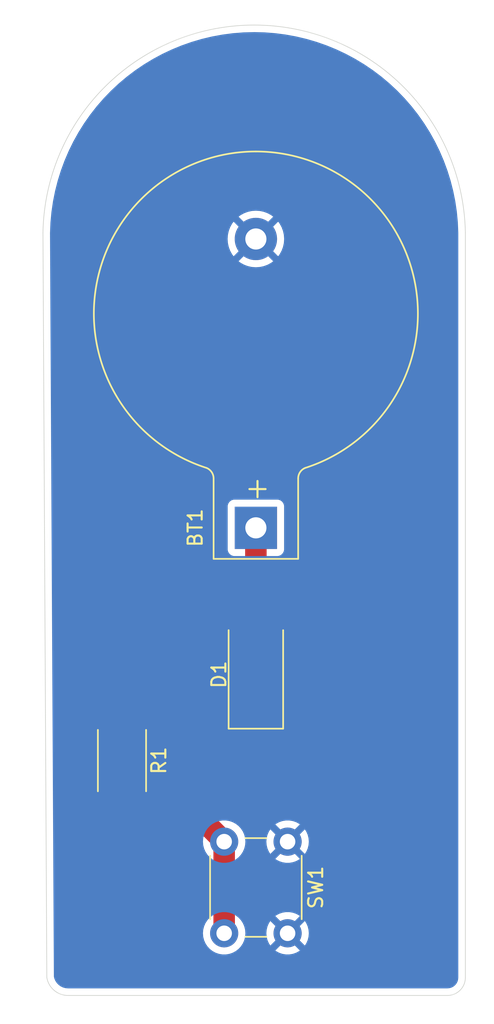
<source format=kicad_pcb>
(kicad_pcb (version 20240108) (generator "pcbnew") (generator_version "8.0")
  (layers (0 "F.Cu" signal) (31 "B.Cu" signal) (34 "B.Paste" user) (35 "F.Paste" user) (36 "B.SilkS" user "B.Silkscreen") (37 "F.SilkS" user "F.Silkscreen") (38 "B.Mask" user) (39 "F.Mask" user) (44 "Edge.Cuts" user))
  (net 0 "")
  (net 1 "Net-(BT1-+)")
  (net 2 "GND")
  (net 3 "Net-(D1-K)")
  (net 4 "Net-(SW1-B)")
  (footprint "LED_SMD:LED_2512_6332Metric" (layer "F.Cu") (at 167 114.4 90)
    (property "Reference" "D1" (at 0 -2.62 90) (layer "F.SilkS"))
    (property "Value" "LED")
    (fp_line (start 3.15 -1.935) (end -3.835 -1.935) (stroke (width 0.12)) (layer "F.SilkS"))
    (fp_line (start -3.835 -1.935) (end -3.835 1.935) (stroke (width 0.12)) (layer "F.SilkS"))
    (fp_line (start -3.835 1.935) (end 3.15 1.935) (stroke (width 0.12)) (layer "F.SilkS"))
    (pad "1" smd roundrect (at -2.9 0 90) (size 1.35 3.35) (layers "F.Cu" "F.Paste" "F.Mask") (roundrect_rratio 0.185185) (net 3 "Net-(D1-K)"))
    (pad "2" smd roundrect (at 2.9 0 90) (size 1.35 3.35) (layers "F.Cu" "F.Paste" "F.Mask") (roundrect_rratio 0.185185) (net 1 "Net-(BT1-+)"))
  )
  (footprint "Battery:BatteryHolder_Keystone_103_1x20mm" (layer "F.Cu") (at 167 103.99 90)
    (property "Reference" "BT1" (at 0 -4.3 90) (layer "F.SilkS"))
    (property "Value" "Battery_Cell")
    (fp_line (start -2.2 -3) (end 3.5 -3) (stroke (width 0.12)) (layer "F.SilkS"))
    (fp_line (start -2.2 3) (end -2.2 -3) (stroke (width 0.12)) (layer "F.SilkS"))
    (fp_line (start -2.2 3) (end 3.5 3) (stroke (width 0.12)) (layer "F.SilkS"))
    (fp_arc (start 4.25 -3.5) (mid 3.950694 -3.136459) (end 3.5 -3) (stroke (width 0.12)) (layer "F.SilkS"))
    (fp_arc (start 4.25 -3.5) (mid 16.971103 -11.358466) (end 26.695671 0) (stroke (width 0.12)) (layer "F.SilkS"))
    (fp_arc (start 26.695671 0) (mid 16.971103 11.358466) (end 4.25 3.5) (stroke (width 0.12)) (layer "F.SilkS"))
    (fp_arc (start 3.5 3) (mid 3.950694 3.136459) (end 4.25 3.5) (stroke (width 0.12)) (layer "F.SilkS"))
    (fp_text user "+" (at 2.75 0 90) (layer "F.SilkS") (effects (font (size 1.5 1.5))))
    (pad "1" thru_hole rect (at 0 0 90) (size 3 3) (drill 1.5) (layers "*.Cu" "*.Mask") (net 1 "Net-(BT1-+)"))
    (pad "2" thru_hole circle (at 20.49 0 90) (size 3 3) (drill 1.5) (layers "*.Cu" "*.Mask") (net 2 "GND"))
  )
  (footprint "Button_Switch_THT:SW_PUSH_6mm" (layer "F.Cu") (at 169.25 126.25 -90)
    (property "Reference" "SW1" (at 3.25 -2 90) (layer "F.SilkS"))
    (property "Value" "SW_SPST")
    (fp_line (start 1 5.5) (end 5.5 5.5) (stroke (width 0.12)) (layer "F.SilkS"))
    (fp_line (start 6.75 3) (end 6.75 1.5) (stroke (width 0.12)) (layer "F.SilkS"))
    (fp_line (start -0.25 1.5) (end -0.25 3) (stroke (width 0.12)) (layer "F.SilkS"))
    (fp_line (start 5.5 -1) (end 1 -1) (stroke (width 0.12)) (layer "F.SilkS"))
    (pad "1" thru_hole circle (at 0 0) (size 2 2) (drill 1.1) (layers "*.Cu" "*.Mask") (net 2 "GND"))
    (pad "1" thru_hole circle (at 6.5 0) (size 2 2) (drill 1.1) (layers "*.Cu" "*.Mask") (net 2 "GND"))
    (pad "2" thru_hole circle (at 0 4.5) (size 2 2) (drill 1.1) (layers "*.Cu" "*.Mask") (net 4 "Net-(SW1-B)"))
    (pad "2" thru_hole circle (at 6.5 4.5) (size 2 2) (drill 1.1) (layers "*.Cu" "*.Mask") (net 4 "Net-(SW1-B)"))
  )
  (footprint "Resistor_SMD:R_2512_6332Metric" (layer "F.Cu") (at 157.5 120.5 -90)
    (property "Reference" "R1" (at 0 -2.62 90) (layer "F.SilkS"))
    (property "Value" "R_US")
    (fp_line (start -2.177064 1.71) (end 2.177064 1.71) (stroke (width 0.12)) (layer "F.SilkS"))
    (fp_line (start -2.177064 -1.71) (end 2.177064 -1.71) (stroke (width 0.12)) (layer "F.SilkS"))
    (pad "1" smd roundrect (at -2.9625 0 270) (size 1.225 3.35) (layers "F.Cu" "F.Paste" "F.Mask") (roundrect_rratio 0.204082) (net 3 "Net-(D1-K)"))
    (pad "2" smd roundrect (at 2.9625 0 270) (size 1.225 3.35) (layers "F.Cu" "F.Paste" "F.Mask") (roundrect_rratio 0.204082) (net 4 "Net-(SW1-B)"))
  )
  (gr_arc (start 151.891929 83.062232) (mid 166.875884 68.323848) (end 181.864 83.058) (stroke (width 0.05)) (layer "Edge.Cuts"))
  (gr_arc (start 181.864 135.89) (mid 181.492026 136.788026) (end 180.594 137.16) (stroke (width 0.05)) (layer "Edge.Cuts"))
  (gr_line (start 181.864 135.89) (end 181.864 83.058) (stroke (width 0.05)) (layer "Edge.Cuts"))
  (gr_line (start 152.166736 135.886544) (end 151.891929 83.062232) (stroke (width 0.05)) (layer "Edge.Cuts"))
  (gr_arc (start 153.67 137.16) (mid 152.684925 136.798842) (end 152.166736 135.886544) (stroke (width 0.05)) (layer "Edge.Cuts"))
  (gr_line (start 153.67 137.16) (end 180.594 137.16) (stroke (width 0.05)) (layer "Edge.Cuts"))
  (segment (start 167 103.99) (end 167 111.5) (width 1.524) (layer "F.Cu") (net 1))
  (segment (start 167 117.3) (end 162.2 117.3) (width 1.524) (layer "F.Cu") (net 3))
  (segment (start 161.9625 117.5375) (end 157.5 117.5375) (width 1.524) (layer "F.Cu") (net 3))
  (segment (start 162.2 117.3) (end 161.9625 117.5375) (width 1.524) (layer "F.Cu") (net 3))
  (segment (start 164.75 126.25) (end 164.75 132.75) (width 1.524) (layer "F.Cu") (net 4))
  (segment (start 161.9625 123.4625) (end 164.75 126.25) (width 1.524) (layer "F.Cu") (net 4))
  (segment (start 157.5 123.4625) (end 161.9625 123.4625) (width 1.524) (layer "F.Cu") (net 4))
  (zone (net 2) (net_name "GND") (layer "B.Cu") (connect_pads (clearance 0.5)) (min_thickness 0.25) (fill yes (thermal_gap 0.5) (thermal_bridge_width 0.5))
    (polygon (pts (xy 183.896 139.192) (xy 183.896 66.548) (xy 148.844 66.802) (xy 149.098 139.192)))
  )
)
</source>
